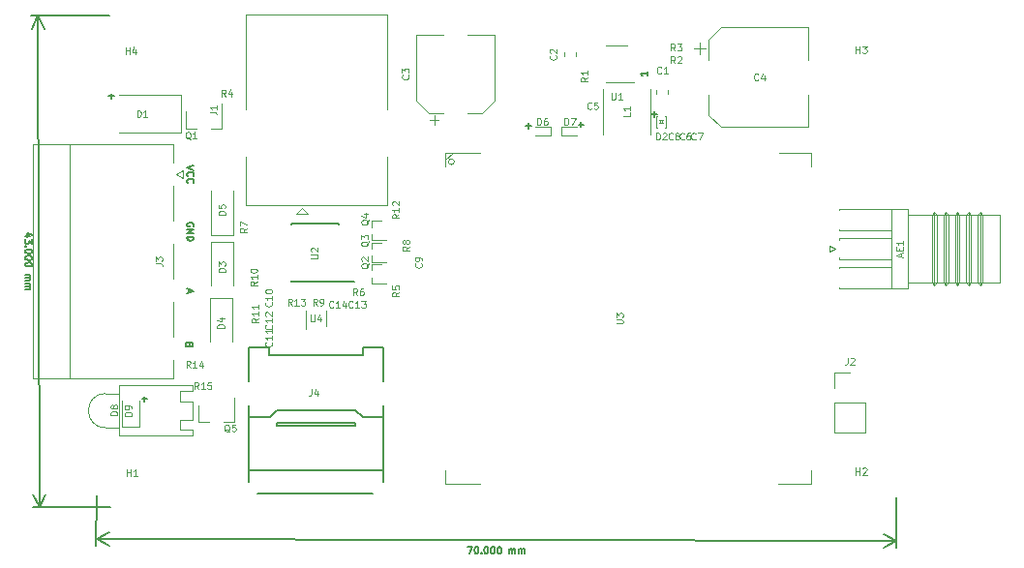
<source format=gto>
G04 #@! TF.GenerationSoftware,KiCad,Pcbnew,(5.0.2)-1*
G04 #@! TF.CreationDate,2019-02-18T12:49:20+08:00*
G04 #@! TF.ProjectId,DTU-Air720D,4454552d-4169-4723-9732-30442e6b6963,rev?*
G04 #@! TF.SameCoordinates,Original*
G04 #@! TF.FileFunction,Legend,Top*
G04 #@! TF.FilePolarity,Positive*
%FSLAX46Y46*%
G04 Gerber Fmt 4.6, Leading zero omitted, Abs format (unit mm)*
G04 Created by KiCad (PCBNEW (5.0.2)-1) date 2019/2/18 12:49:20*
%MOMM*%
%LPD*%
G01*
G04 APERTURE LIST*
%ADD10C,0.150000*%
%ADD11C,0.120000*%
%ADD12C,0.100000*%
%ADD13C,0.050000*%
G04 APERTURE END LIST*
D10*
X148571428Y-65642857D02*
X149028571Y-65642857D01*
X148800000Y-65871428D02*
X148800000Y-65414285D01*
X142171428Y-66542857D02*
X142628571Y-66542857D01*
X142400000Y-66771428D02*
X142400000Y-66314285D01*
X137571428Y-66642857D02*
X138028571Y-66642857D01*
X137800000Y-66871428D02*
X137800000Y-66414285D01*
X148171428Y-61928571D02*
X148171428Y-62271428D01*
X148171428Y-62100000D02*
X147571428Y-62100000D01*
X147657142Y-62157142D01*
X147714285Y-62214285D01*
X147742857Y-62271428D01*
X103971428Y-90542857D02*
X104428571Y-90542857D01*
X104200000Y-90771428D02*
X104200000Y-90314285D01*
X101071428Y-64042857D02*
X101528571Y-64042857D01*
X101300000Y-64271428D02*
X101300000Y-63814285D01*
X108142857Y-85842857D02*
X108114285Y-85928571D01*
X108085714Y-85957142D01*
X108028571Y-85985714D01*
X107942857Y-85985714D01*
X107885714Y-85957142D01*
X107857142Y-85928571D01*
X107828571Y-85871428D01*
X107828571Y-85642857D01*
X108428571Y-85642857D01*
X108428571Y-85842857D01*
X108400000Y-85900000D01*
X108371428Y-85928571D01*
X108314285Y-85957142D01*
X108257142Y-85957142D01*
X108200000Y-85928571D01*
X108171428Y-85900000D01*
X108142857Y-85842857D01*
X108142857Y-85642857D01*
X108100000Y-80957142D02*
X108100000Y-81242857D01*
X107928571Y-80900000D02*
X108528571Y-81100000D01*
X107928571Y-81300000D01*
X108500000Y-75442857D02*
X108528571Y-75385714D01*
X108528571Y-75300000D01*
X108500000Y-75214285D01*
X108442857Y-75157142D01*
X108385714Y-75128571D01*
X108271428Y-75100000D01*
X108185714Y-75100000D01*
X108071428Y-75128571D01*
X108014285Y-75157142D01*
X107957142Y-75214285D01*
X107928571Y-75300000D01*
X107928571Y-75357142D01*
X107957142Y-75442857D01*
X107985714Y-75471428D01*
X108185714Y-75471428D01*
X108185714Y-75357142D01*
X107928571Y-75728571D02*
X108528571Y-75728571D01*
X107928571Y-76071428D01*
X108528571Y-76071428D01*
X107928571Y-76357142D02*
X108528571Y-76357142D01*
X108528571Y-76500000D01*
X108500000Y-76585714D01*
X108442857Y-76642857D01*
X108385714Y-76671428D01*
X108271428Y-76700000D01*
X108185714Y-76700000D01*
X108071428Y-76671428D01*
X108014285Y-76642857D01*
X107957142Y-76585714D01*
X107928571Y-76500000D01*
X107928571Y-76357142D01*
X108528571Y-70100000D02*
X107928571Y-70300000D01*
X108528571Y-70500000D01*
X107985714Y-71042857D02*
X107957142Y-71014285D01*
X107928571Y-70928571D01*
X107928571Y-70871428D01*
X107957142Y-70785714D01*
X108014285Y-70728571D01*
X108071428Y-70700000D01*
X108185714Y-70671428D01*
X108271428Y-70671428D01*
X108385714Y-70700000D01*
X108442857Y-70728571D01*
X108500000Y-70785714D01*
X108528571Y-70871428D01*
X108528571Y-70928571D01*
X108500000Y-71014285D01*
X108471428Y-71042857D01*
X107985714Y-71642857D02*
X107957142Y-71614285D01*
X107928571Y-71528571D01*
X107928571Y-71471428D01*
X107957142Y-71385714D01*
X108014285Y-71328571D01*
X108071428Y-71300000D01*
X108185714Y-71271428D01*
X108271428Y-71271428D01*
X108385714Y-71300000D01*
X108442857Y-71328571D01*
X108500000Y-71385714D01*
X108528571Y-71471428D01*
X108528571Y-71528571D01*
X108500000Y-71614285D01*
X108471428Y-71642857D01*
X94173723Y-76316217D02*
X93773724Y-76317148D01*
X94401962Y-76172829D02*
X93973059Y-76030969D01*
X93973923Y-76402397D01*
X94374321Y-76572894D02*
X94375185Y-76944322D01*
X94146149Y-76744854D01*
X94146348Y-76830568D01*
X94117910Y-76887777D01*
X94089405Y-76916415D01*
X94032328Y-76945119D01*
X93889472Y-76945452D01*
X93832262Y-76917013D01*
X93803625Y-76888508D01*
X93774920Y-76831432D01*
X93774522Y-76660004D01*
X93802960Y-76602795D01*
X93831465Y-76574157D01*
X93832927Y-77202727D02*
X93804422Y-77231364D01*
X93775784Y-77202860D01*
X93804289Y-77174222D01*
X93832927Y-77202727D01*
X93775784Y-77202860D01*
X94376713Y-77601463D02*
X94376846Y-77658606D01*
X94348407Y-77715815D01*
X94319902Y-77744453D01*
X94262826Y-77773157D01*
X94148607Y-77801994D01*
X94005750Y-77802326D01*
X93891398Y-77774021D01*
X93834189Y-77745582D01*
X93805552Y-77717077D01*
X93776847Y-77660001D01*
X93776714Y-77602858D01*
X93805153Y-77545649D01*
X93833658Y-77517012D01*
X93890734Y-77488307D01*
X94004953Y-77459470D01*
X94147810Y-77459138D01*
X94262162Y-77487444D01*
X94319371Y-77515882D01*
X94348009Y-77544387D01*
X94376713Y-77601463D01*
X94378042Y-78172890D02*
X94378175Y-78230033D01*
X94349736Y-78287242D01*
X94321231Y-78315880D01*
X94264155Y-78344584D01*
X94149936Y-78373421D01*
X94007079Y-78373753D01*
X93892727Y-78345448D01*
X93835518Y-78317009D01*
X93806880Y-78288504D01*
X93778176Y-78231428D01*
X93778043Y-78174286D01*
X93806482Y-78117076D01*
X93834987Y-78088439D01*
X93892063Y-78059734D01*
X94006282Y-78030897D01*
X94149139Y-78030565D01*
X94263491Y-78058871D01*
X94320700Y-78087309D01*
X94349337Y-78115814D01*
X94378042Y-78172890D01*
X94379371Y-78744317D02*
X94379503Y-78801460D01*
X94351065Y-78858669D01*
X94322560Y-78887307D01*
X94265484Y-78916011D01*
X94151265Y-78944848D01*
X94008408Y-78945180D01*
X93894056Y-78916875D01*
X93836847Y-78888436D01*
X93808209Y-78859931D01*
X93779505Y-78802855D01*
X93779372Y-78745713D01*
X93807811Y-78688503D01*
X93836316Y-78659866D01*
X93893392Y-78631161D01*
X94007611Y-78602324D01*
X94150468Y-78601992D01*
X94264819Y-78630298D01*
X94322029Y-78658736D01*
X94350666Y-78687241D01*
X94379371Y-78744317D01*
X93781498Y-79659996D02*
X94181497Y-79659066D01*
X94124355Y-79659198D02*
X94152992Y-79687703D01*
X94181697Y-79744780D01*
X94181896Y-79830494D01*
X94153458Y-79887703D01*
X94096381Y-79916407D01*
X93782096Y-79917138D01*
X94096381Y-79916407D02*
X94153590Y-79944846D01*
X94182295Y-80001922D01*
X94182494Y-80087636D01*
X94154056Y-80144845D01*
X94096979Y-80173549D01*
X93782694Y-80174280D01*
X93783359Y-80459994D02*
X94183358Y-80459063D01*
X94126215Y-80459196D02*
X94154853Y-80487701D01*
X94183557Y-80544777D01*
X94183757Y-80630491D01*
X94155318Y-80687701D01*
X94098242Y-80716405D01*
X93783957Y-80717136D01*
X94098242Y-80716405D02*
X94155451Y-80744843D01*
X94184155Y-80801920D01*
X94184355Y-80887634D01*
X94155916Y-80944843D01*
X94098840Y-80973547D01*
X93784555Y-80974278D01*
X94900267Y-57014418D02*
X95000267Y-100014418D01*
X101100000Y-57000000D02*
X94313848Y-57015782D01*
X101200000Y-100000000D02*
X94413848Y-100015782D01*
X95000267Y-100014418D02*
X94411228Y-98889281D01*
X95000267Y-100014418D02*
X95584066Y-98886554D01*
X94900267Y-57014418D02*
X94316468Y-58142282D01*
X94900267Y-57014418D02*
X95489306Y-58139555D01*
X132473232Y-103465353D02*
X132873230Y-103466496D01*
X132614374Y-104065758D01*
X133216086Y-103467475D02*
X133273229Y-103467638D01*
X133330290Y-103496373D01*
X133358779Y-103525026D01*
X133387187Y-103582250D01*
X133415432Y-103696617D01*
X133415024Y-103839474D01*
X133386126Y-103953677D01*
X133357391Y-104010738D01*
X133328739Y-104039228D01*
X133271514Y-104067636D01*
X133214372Y-104067473D01*
X133157311Y-104038738D01*
X133128821Y-104010085D01*
X133100413Y-103952861D01*
X133072168Y-103838494D01*
X133072576Y-103695638D01*
X133101474Y-103581434D01*
X133130209Y-103524373D01*
X133158862Y-103495883D01*
X133216086Y-103467475D01*
X133671676Y-104011636D02*
X133700166Y-104040289D01*
X133671513Y-104068779D01*
X133643023Y-104040126D01*
X133671676Y-104011636D01*
X133671513Y-104068779D01*
X134073225Y-103469924D02*
X134130368Y-103470087D01*
X134187429Y-103498822D01*
X134215919Y-103527475D01*
X134244327Y-103584699D01*
X134272571Y-103699066D01*
X134272163Y-103841923D01*
X134243265Y-103956126D01*
X134214531Y-104013187D01*
X134185878Y-104041677D01*
X134128654Y-104070085D01*
X134071511Y-104069922D01*
X134014450Y-104041187D01*
X133985960Y-104012534D01*
X133957552Y-103955310D01*
X133929308Y-103840943D01*
X133929716Y-103698087D01*
X133958614Y-103583883D01*
X133987348Y-103526822D01*
X134016001Y-103498332D01*
X134073225Y-103469924D01*
X134644652Y-103471557D02*
X134701794Y-103471720D01*
X134758855Y-103500455D01*
X134787345Y-103529108D01*
X134815753Y-103586332D01*
X134843998Y-103700699D01*
X134843589Y-103843555D01*
X134814692Y-103957759D01*
X134785957Y-104014820D01*
X134757304Y-104043310D01*
X134700080Y-104071718D01*
X134642937Y-104071554D01*
X134585876Y-104042820D01*
X134557387Y-104014167D01*
X134528979Y-103956943D01*
X134500734Y-103842576D01*
X134501142Y-103699719D01*
X134530040Y-103585516D01*
X134558774Y-103528455D01*
X134587427Y-103499965D01*
X134644652Y-103471557D01*
X135216078Y-103473189D02*
X135273220Y-103473353D01*
X135330281Y-103502087D01*
X135358771Y-103530740D01*
X135387179Y-103587965D01*
X135415424Y-103702331D01*
X135415016Y-103845188D01*
X135386118Y-103959392D01*
X135357383Y-104016453D01*
X135328730Y-104044942D01*
X135271506Y-104073350D01*
X135214363Y-104073187D01*
X135157302Y-104044452D01*
X135128813Y-104015800D01*
X135100405Y-103958575D01*
X135072160Y-103844208D01*
X135072568Y-103701352D01*
X135101466Y-103587148D01*
X135130201Y-103530087D01*
X135158854Y-103501598D01*
X135216078Y-103473189D01*
X136128645Y-104075799D02*
X136129788Y-103675801D01*
X136129625Y-103732944D02*
X136158278Y-103704454D01*
X136215502Y-103676046D01*
X136301216Y-103676291D01*
X136358277Y-103705025D01*
X136386685Y-103762250D01*
X136385787Y-104076534D01*
X136386685Y-103762250D02*
X136415420Y-103705189D01*
X136472644Y-103676780D01*
X136558358Y-103677025D01*
X136615419Y-103705760D01*
X136643827Y-103762984D01*
X136642929Y-104077269D01*
X136928642Y-104078085D02*
X136929785Y-103678087D01*
X136929622Y-103735229D02*
X136958275Y-103706740D01*
X137015499Y-103678331D01*
X137101213Y-103678576D01*
X137158274Y-103707311D01*
X137186682Y-103764535D01*
X137185784Y-104078820D01*
X137186682Y-103764535D02*
X137215417Y-103707474D01*
X137272641Y-103679066D01*
X137358355Y-103679311D01*
X137415416Y-103708046D01*
X137443824Y-103765270D01*
X137442926Y-104079554D01*
X99989140Y-102801111D02*
X169989140Y-103001111D01*
X100000000Y-99000000D02*
X99987464Y-103387530D01*
X170000000Y-99200000D02*
X169987464Y-103587530D01*
X169989140Y-103001111D02*
X168860965Y-103584311D01*
X169989140Y-103001111D02*
X168864316Y-102411474D01*
X99989140Y-102801111D02*
X101113964Y-103390748D01*
X99989140Y-102801111D02*
X101117315Y-102217911D01*
D11*
G04 #@! TO.C,C3*
X134810000Y-58690000D02*
X132460000Y-58690000D01*
X127990000Y-58690000D02*
X130340000Y-58690000D01*
X127990000Y-64445563D02*
X127990000Y-58690000D01*
X134810000Y-64445563D02*
X134810000Y-58690000D01*
X133745563Y-65510000D02*
X132460000Y-65510000D01*
X129054437Y-65510000D02*
X130340000Y-65510000D01*
X129054437Y-65510000D02*
X127990000Y-64445563D01*
X133745563Y-65510000D02*
X134810000Y-64445563D01*
X129552500Y-66537500D02*
X129552500Y-65750000D01*
X129158750Y-66143750D02*
X129946250Y-66143750D01*
G04 #@! TO.C,C2*
X140890000Y-60562779D02*
X140890000Y-60237221D01*
X141910000Y-60562779D02*
X141910000Y-60237221D01*
G04 #@! TO.C,D3*
X112000000Y-76800000D02*
X112000000Y-80650000D01*
X110000000Y-76800000D02*
X110000000Y-80650000D01*
X112000000Y-76800000D02*
X110000000Y-76800000D01*
G04 #@! TO.C,D4*
X111900000Y-81700000D02*
X109900000Y-81700000D01*
X109900000Y-81700000D02*
X109900000Y-85550000D01*
X111900000Y-81700000D02*
X111900000Y-85550000D01*
G04 #@! TO.C,D8*
X102265000Y-90725000D02*
X102265000Y-93010000D01*
X102265000Y-93010000D02*
X103735000Y-93010000D01*
X103735000Y-93010000D02*
X103735000Y-90725000D01*
D12*
G04 #@! TO.C,D2*
X149200000Y-66375000D02*
X149600000Y-66375000D01*
X149200000Y-66175000D02*
X149600000Y-66175000D01*
X149400000Y-66375000D02*
X149600000Y-66175000D01*
X149200000Y-66175000D02*
X149400000Y-66375000D01*
X149000000Y-65775000D02*
X149040000Y-65775000D01*
X149000000Y-66775000D02*
X149040000Y-66775000D01*
X149790000Y-65775000D02*
X149760000Y-65775000D01*
X149800000Y-66775000D02*
X149760000Y-66775000D01*
X149000000Y-66775000D02*
X149000000Y-65775000D01*
X149800000Y-65775000D02*
X149800000Y-66775000D01*
G04 #@! TO.C,D7*
X142000000Y-67500000D02*
X140700000Y-67500000D01*
X142000000Y-66700000D02*
X140700000Y-66700000D01*
X140700000Y-66700000D02*
X140700000Y-67500000D01*
G04 #@! TO.C,D6*
X139700000Y-67500000D02*
X139700000Y-66700000D01*
X138400000Y-67500000D02*
X139700000Y-67500000D01*
X138400000Y-66700000D02*
X139700000Y-66700000D01*
G04 #@! TO.C,D9*
X107300000Y-89870000D02*
X108400000Y-89870000D01*
X107300000Y-90770000D02*
X107300000Y-89870000D01*
X108400000Y-90770000D02*
X107300000Y-90770000D01*
X107300000Y-92370000D02*
X108400000Y-92370000D01*
X107300000Y-93270000D02*
X107300000Y-92370000D01*
X108400000Y-93270000D02*
X107300000Y-93270000D01*
X108400000Y-92370000D02*
X108400000Y-90770000D01*
X100800000Y-90070000D02*
X102000000Y-90070000D01*
X100800000Y-93070000D02*
X102000000Y-93070000D01*
X100800000Y-93070000D02*
G75*
G02X100800000Y-90070000I0J1500000D01*
G01*
X108400000Y-93770000D02*
X108400000Y-93270000D01*
X108400000Y-89870000D02*
X108400000Y-89370000D01*
X102000000Y-89370000D02*
X108400000Y-89370000D01*
X102000000Y-93770000D02*
X108400000Y-93770000D01*
X102000000Y-93770000D02*
X102000000Y-89370000D01*
D13*
G04 #@! TO.C,Q2*
X124950000Y-78750000D02*
X124050000Y-78750000D01*
X125350000Y-80450000D02*
X124050000Y-80450000D01*
X124050000Y-78750000D02*
X124050000Y-79300000D01*
X124050000Y-80450000D02*
X124050000Y-79900000D01*
G04 #@! TO.C,Q3*
X124050000Y-78550000D02*
X124050000Y-78000000D01*
X124050000Y-76850000D02*
X124050000Y-77400000D01*
X125350000Y-78550000D02*
X124050000Y-78550000D01*
X124950000Y-76850000D02*
X124050000Y-76850000D01*
G04 #@! TO.C,Q4*
X124950000Y-74950000D02*
X124050000Y-74950000D01*
X125350000Y-76650000D02*
X124050000Y-76650000D01*
X124050000Y-74950000D02*
X124050000Y-75500000D01*
X124050000Y-76650000D02*
X124050000Y-76100000D01*
D10*
G04 #@! TO.C,U2*
X121175000Y-80310000D02*
X121175000Y-80260000D01*
X117025000Y-80310000D02*
X117025000Y-80165000D01*
X117025000Y-75160000D02*
X117025000Y-75305000D01*
X121175000Y-75160000D02*
X121175000Y-75305000D01*
X121175000Y-80310000D02*
X117025000Y-80310000D01*
X121175000Y-75160000D02*
X117025000Y-75160000D01*
X121175000Y-80260000D02*
X122575000Y-80260000D01*
D11*
G04 #@! TO.C,Q5*
X108920000Y-92560000D02*
X109850000Y-92560000D01*
X112080000Y-92560000D02*
X111150000Y-92560000D01*
X112080000Y-92560000D02*
X112080000Y-90400000D01*
X108920000Y-92560000D02*
X108920000Y-91100000D01*
G04 #@! TO.C,U1*
X146400000Y-59590000D02*
X144600000Y-59590000D01*
X144600000Y-62810000D02*
X147050000Y-62810000D01*
G04 #@! TO.C,U4*
X120100000Y-82850000D02*
X120100000Y-84150000D01*
X118300000Y-84400000D02*
X118300000Y-82850000D01*
G04 #@! TO.C,AE1*
X164590000Y-77400000D02*
X164090000Y-77150000D01*
X164090000Y-77150000D02*
X164090000Y-77650000D01*
X164090000Y-77650000D02*
X164590000Y-77400000D01*
D12*
X165000000Y-73900000D02*
X171000000Y-73900000D01*
X169500000Y-73900000D02*
X169500000Y-80900000D01*
X171000000Y-80900000D02*
X165000000Y-80900000D01*
X171000000Y-73900000D02*
X171000000Y-80900000D01*
X165000000Y-73900000D02*
X165000000Y-74000000D01*
X165000000Y-75700000D02*
X165000000Y-75800000D01*
X165000000Y-75800000D02*
X169500000Y-75800000D01*
X165000000Y-76600000D02*
X165000000Y-76500000D01*
X165000000Y-76500000D02*
X169500000Y-76500000D01*
X165000000Y-78200000D02*
X165000000Y-78300000D01*
X165000000Y-78300000D02*
X169500000Y-78300000D01*
X165000000Y-79100000D02*
X165000000Y-79000000D01*
X165000000Y-79000000D02*
X169500000Y-79000000D01*
X165000000Y-80900000D02*
X165000000Y-80800000D01*
X171000000Y-74400000D02*
X179000000Y-74400000D01*
X179000000Y-74400000D02*
X179000000Y-80400000D01*
X179000000Y-80400000D02*
X171000000Y-80400000D01*
X173300000Y-74200000D02*
X173300000Y-80600000D01*
X174300000Y-74200000D02*
X174300000Y-80600000D01*
X175300000Y-74200000D02*
X175300000Y-80600000D01*
X176300000Y-74200000D02*
X176300000Y-80600000D01*
X177300000Y-74200000D02*
X177300000Y-80600000D01*
X177300000Y-74200000D02*
X177100000Y-74400000D01*
X177300000Y-74200000D02*
X177500000Y-74400000D01*
X176300000Y-74200000D02*
X176100000Y-74400000D01*
X176300000Y-74200000D02*
X176500000Y-74400000D01*
X175300000Y-74200000D02*
X175100000Y-74400000D01*
X175300000Y-74200000D02*
X175500000Y-74400000D01*
X174300000Y-74200000D02*
X174100000Y-74400000D01*
X174300000Y-74200000D02*
X174500000Y-74400000D01*
X173300000Y-74200000D02*
X173100000Y-74400000D01*
X173300000Y-74200000D02*
X173500000Y-74400000D01*
X173300000Y-80600000D02*
X173100000Y-80400000D01*
X173300000Y-80600000D02*
X173500000Y-80400000D01*
X174300000Y-80600000D02*
X174100000Y-80400000D01*
X174300000Y-80600000D02*
X174500000Y-80400000D01*
X175300000Y-80600000D02*
X175100000Y-80400000D01*
X175300000Y-80600000D02*
X175500000Y-80400000D01*
X176300000Y-80600000D02*
X176100000Y-80400000D01*
X176300000Y-80600000D02*
X176500000Y-80400000D01*
X177300000Y-80600000D02*
X177100000Y-80400000D01*
X177100000Y-80400000D02*
X177300000Y-80600000D01*
X177300000Y-80600000D02*
X177500000Y-80400000D01*
X173100000Y-74400000D02*
X173100000Y-80400000D01*
X173500000Y-74400000D02*
X173500000Y-80400000D01*
X174100000Y-74400000D02*
X174100000Y-80400000D01*
X174100000Y-80400000D02*
X174500000Y-80400000D01*
X174500000Y-80400000D02*
X174500000Y-74400000D01*
X175100000Y-74400000D02*
X175100000Y-80400000D01*
X175500000Y-80400000D02*
X175500000Y-74400000D01*
X176100000Y-74400000D02*
X176100000Y-80400000D01*
X176500000Y-80400000D02*
X176500000Y-74400000D01*
X177100000Y-74400000D02*
X177100000Y-80400000D01*
X177500000Y-80400000D02*
X177500000Y-74400000D01*
G04 #@! TO.C,J3*
X106750000Y-68230000D02*
X94450000Y-68230000D01*
X94450000Y-68230000D02*
X94450000Y-88770000D01*
X94450000Y-88770000D02*
X106750000Y-88770000D01*
X106750000Y-68230000D02*
X106750000Y-69830000D01*
X106750000Y-88770000D02*
X106750000Y-87170000D01*
X106750000Y-71930000D02*
X106750000Y-74910000D01*
X106750000Y-77010000D02*
X106750000Y-79990000D01*
X106750000Y-82090000D02*
X106750000Y-85070000D01*
X97700000Y-68230000D02*
X97700000Y-88770000D01*
D11*
X107600000Y-71180000D02*
X107000000Y-70880000D01*
X107000000Y-70880000D02*
X107600000Y-70580000D01*
X107600000Y-70580000D02*
X107600000Y-71180000D01*
D12*
G04 #@! TO.C,U3*
X131304951Y-69799998D02*
G75*
G03X131304951Y-69799998I-254950J0D01*
G01*
X159750000Y-69000000D02*
X162500000Y-69000000D01*
X162500000Y-69000000D02*
X162500000Y-70200000D01*
X162500000Y-96800000D02*
X162500000Y-98000000D01*
X162500000Y-98000000D02*
X159650000Y-98000000D01*
X133600000Y-98000000D02*
X130500000Y-98000000D01*
X130500000Y-98000000D02*
X130500000Y-96800000D01*
X130500000Y-70200000D02*
X130500000Y-69000000D01*
X130500000Y-69000000D02*
X133600000Y-69000000D01*
X130500000Y-69650000D02*
X131150000Y-69000000D01*
D10*
G04 #@! TO.C,J4*
X115800000Y-92600000D02*
X122600000Y-92600000D01*
X122600000Y-92600000D02*
X122600000Y-92900000D01*
X122600000Y-92900000D02*
X115800000Y-92900000D01*
X115800000Y-92900000D02*
X115800000Y-92600000D01*
X113400000Y-96800000D02*
X113300000Y-96800000D01*
X113400000Y-96800000D02*
X125000000Y-96800000D01*
X113300000Y-92100000D02*
X115200000Y-92100000D01*
X115200000Y-92100000D02*
X115800000Y-91500000D01*
X115800000Y-91500000D02*
X122600000Y-91500000D01*
X122600000Y-91500000D02*
X123300000Y-92100000D01*
X123300000Y-92100000D02*
X125000000Y-92100000D01*
X114100000Y-98800000D02*
X124200000Y-98800000D01*
X125100000Y-91100000D02*
X125100000Y-97800000D01*
X113300000Y-91100000D02*
X113300000Y-97800000D01*
X115100000Y-86700000D02*
X123300000Y-86700000D01*
X123300000Y-86000000D02*
X123300000Y-86700000D01*
X113300000Y-89000000D02*
X113300000Y-86000000D01*
X113300000Y-86000000D02*
X115100000Y-86000000D01*
X115100000Y-86000000D02*
X115100000Y-86700000D01*
X123300000Y-86000000D02*
X125100000Y-86000000D01*
X125100000Y-86000000D02*
X125100000Y-89000000D01*
D11*
G04 #@! TO.C,C4*
X162270000Y-66760000D02*
X162270000Y-63910000D01*
X162270000Y-58040000D02*
X162270000Y-60890000D01*
X154614437Y-58040000D02*
X162270000Y-58040000D01*
X154614437Y-66760000D02*
X162270000Y-66760000D01*
X153550000Y-65695563D02*
X153550000Y-63910000D01*
X153550000Y-59104437D02*
X153550000Y-60890000D01*
X153550000Y-59104437D02*
X154614437Y-58040000D01*
X153550000Y-65695563D02*
X154614437Y-66760000D01*
X152310000Y-59890000D02*
X153310000Y-59890000D01*
X152810000Y-59390000D02*
X152810000Y-60390000D01*
G04 #@! TO.C,C1*
X150010000Y-63537221D02*
X150010000Y-63862779D01*
X148990000Y-63537221D02*
X148990000Y-63862779D01*
G04 #@! TO.C,J2*
X164570000Y-93470000D02*
X167230000Y-93470000D01*
X164570000Y-90870000D02*
X164570000Y-93470000D01*
X167230000Y-90870000D02*
X167230000Y-93470000D01*
X164570000Y-90870000D02*
X167230000Y-90870000D01*
X164570000Y-89600000D02*
X164570000Y-88270000D01*
X164570000Y-88270000D02*
X165900000Y-88270000D01*
G04 #@! TO.C,J1*
X118500000Y-74320000D02*
X118000000Y-73820000D01*
X117500000Y-74320000D02*
X118500000Y-74320000D01*
X118000000Y-73820000D02*
X117500000Y-74320000D01*
X125410000Y-56880000D02*
X125410000Y-65240000D01*
X113090000Y-56880000D02*
X125410000Y-56880000D01*
X113090000Y-65240000D02*
X113090000Y-56880000D01*
X125410000Y-73600000D02*
X125410000Y-69340000D01*
X113090000Y-73600000D02*
X125410000Y-73600000D01*
X113090000Y-69340000D02*
X113090000Y-73600000D01*
G04 #@! TO.C,D1*
X107400000Y-67250000D02*
X107400000Y-63950000D01*
X107400000Y-63950000D02*
X102000000Y-63950000D01*
X107400000Y-67250000D02*
X102000000Y-67250000D01*
G04 #@! TO.C,D5*
X110000000Y-76200000D02*
X112000000Y-76200000D01*
X112000000Y-76200000D02*
X112000000Y-72350000D01*
X110000000Y-76200000D02*
X110000000Y-72350000D01*
G04 #@! TO.C,L1*
X148500000Y-63400000D02*
X148500000Y-67400000D01*
X144300000Y-63400000D02*
X144300000Y-67400000D01*
G04 #@! TO.C,Q1*
X107820000Y-66860000D02*
X108750000Y-66860000D01*
X110980000Y-66860000D02*
X110050000Y-66860000D01*
X110980000Y-66860000D02*
X110980000Y-64700000D01*
X107820000Y-66860000D02*
X107820000Y-65400000D01*
G04 #@! TO.C,C9*
D12*
X128414285Y-78700000D02*
X128442857Y-78728571D01*
X128471428Y-78814285D01*
X128471428Y-78871428D01*
X128442857Y-78957142D01*
X128385714Y-79014285D01*
X128328571Y-79042857D01*
X128214285Y-79071428D01*
X128128571Y-79071428D01*
X128014285Y-79042857D01*
X127957142Y-79014285D01*
X127900000Y-78957142D01*
X127871428Y-78871428D01*
X127871428Y-78814285D01*
X127900000Y-78728571D01*
X127928571Y-78700000D01*
X128471428Y-78414285D02*
X128471428Y-78300000D01*
X128442857Y-78242857D01*
X128414285Y-78214285D01*
X128328571Y-78157142D01*
X128214285Y-78128571D01*
X127985714Y-78128571D01*
X127928571Y-78157142D01*
X127900000Y-78185714D01*
X127871428Y-78242857D01*
X127871428Y-78357142D01*
X127900000Y-78414285D01*
X127928571Y-78442857D01*
X127985714Y-78471428D01*
X128128571Y-78471428D01*
X128185714Y-78442857D01*
X128214285Y-78414285D01*
X128242857Y-78357142D01*
X128242857Y-78242857D01*
X128214285Y-78185714D01*
X128185714Y-78157142D01*
X128128571Y-78128571D01*
G04 #@! TO.C,C3*
X127264285Y-62200000D02*
X127292857Y-62228571D01*
X127321428Y-62314285D01*
X127321428Y-62371428D01*
X127292857Y-62457142D01*
X127235714Y-62514285D01*
X127178571Y-62542857D01*
X127064285Y-62571428D01*
X126978571Y-62571428D01*
X126864285Y-62542857D01*
X126807142Y-62514285D01*
X126750000Y-62457142D01*
X126721428Y-62371428D01*
X126721428Y-62314285D01*
X126750000Y-62228571D01*
X126778571Y-62200000D01*
X126721428Y-62000000D02*
X126721428Y-61628571D01*
X126950000Y-61828571D01*
X126950000Y-61742857D01*
X126978571Y-61685714D01*
X127007142Y-61657142D01*
X127064285Y-61628571D01*
X127207142Y-61628571D01*
X127264285Y-61657142D01*
X127292857Y-61685714D01*
X127321428Y-61742857D01*
X127321428Y-61914285D01*
X127292857Y-61971428D01*
X127264285Y-62000000D01*
G04 #@! TO.C,C2*
X140184285Y-60500000D02*
X140212857Y-60528571D01*
X140241428Y-60614285D01*
X140241428Y-60671428D01*
X140212857Y-60757142D01*
X140155714Y-60814285D01*
X140098571Y-60842857D01*
X139984285Y-60871428D01*
X139898571Y-60871428D01*
X139784285Y-60842857D01*
X139727142Y-60814285D01*
X139670000Y-60757142D01*
X139641428Y-60671428D01*
X139641428Y-60614285D01*
X139670000Y-60528571D01*
X139698571Y-60500000D01*
X139698571Y-60271428D02*
X139670000Y-60242857D01*
X139641428Y-60185714D01*
X139641428Y-60042857D01*
X139670000Y-59985714D01*
X139698571Y-59957142D01*
X139755714Y-59928571D01*
X139812857Y-59928571D01*
X139898571Y-59957142D01*
X140241428Y-60300000D01*
X140241428Y-59928571D01*
G04 #@! TO.C,D3*
X111271428Y-79442857D02*
X110671428Y-79442857D01*
X110671428Y-79300000D01*
X110700000Y-79214285D01*
X110757142Y-79157142D01*
X110814285Y-79128571D01*
X110928571Y-79100000D01*
X111014285Y-79100000D01*
X111128571Y-79128571D01*
X111185714Y-79157142D01*
X111242857Y-79214285D01*
X111271428Y-79300000D01*
X111271428Y-79442857D01*
X110671428Y-78900000D02*
X110671428Y-78528571D01*
X110900000Y-78728571D01*
X110900000Y-78642857D01*
X110928571Y-78585714D01*
X110957142Y-78557142D01*
X111014285Y-78528571D01*
X111157142Y-78528571D01*
X111214285Y-78557142D01*
X111242857Y-78585714D01*
X111271428Y-78642857D01*
X111271428Y-78814285D01*
X111242857Y-78871428D01*
X111214285Y-78900000D01*
G04 #@! TO.C,D4*
X111171428Y-84342857D02*
X110571428Y-84342857D01*
X110571428Y-84200000D01*
X110600000Y-84114285D01*
X110657142Y-84057142D01*
X110714285Y-84028571D01*
X110828571Y-84000000D01*
X110914285Y-84000000D01*
X111028571Y-84028571D01*
X111085714Y-84057142D01*
X111142857Y-84114285D01*
X111171428Y-84200000D01*
X111171428Y-84342857D01*
X110771428Y-83485714D02*
X111171428Y-83485714D01*
X110542857Y-83628571D02*
X110971428Y-83771428D01*
X110971428Y-83400000D01*
G04 #@! TO.C,D8*
X101841428Y-91967857D02*
X101241428Y-91967857D01*
X101241428Y-91825000D01*
X101270000Y-91739285D01*
X101327142Y-91682142D01*
X101384285Y-91653571D01*
X101498571Y-91625000D01*
X101584285Y-91625000D01*
X101698571Y-91653571D01*
X101755714Y-91682142D01*
X101812857Y-91739285D01*
X101841428Y-91825000D01*
X101841428Y-91967857D01*
X101498571Y-91282142D02*
X101470000Y-91339285D01*
X101441428Y-91367857D01*
X101384285Y-91396428D01*
X101355714Y-91396428D01*
X101298571Y-91367857D01*
X101270000Y-91339285D01*
X101241428Y-91282142D01*
X101241428Y-91167857D01*
X101270000Y-91110714D01*
X101298571Y-91082142D01*
X101355714Y-91053571D01*
X101384285Y-91053571D01*
X101441428Y-91082142D01*
X101470000Y-91110714D01*
X101498571Y-91167857D01*
X101498571Y-91282142D01*
X101527142Y-91339285D01*
X101555714Y-91367857D01*
X101612857Y-91396428D01*
X101727142Y-91396428D01*
X101784285Y-91367857D01*
X101812857Y-91339285D01*
X101841428Y-91282142D01*
X101841428Y-91167857D01*
X101812857Y-91110714D01*
X101784285Y-91082142D01*
X101727142Y-91053571D01*
X101612857Y-91053571D01*
X101555714Y-91082142D01*
X101527142Y-91110714D01*
X101498571Y-91167857D01*
G04 #@! TO.C,D2*
X148957142Y-67871428D02*
X148957142Y-67271428D01*
X149100000Y-67271428D01*
X149185714Y-67300000D01*
X149242857Y-67357142D01*
X149271428Y-67414285D01*
X149300000Y-67528571D01*
X149300000Y-67614285D01*
X149271428Y-67728571D01*
X149242857Y-67785714D01*
X149185714Y-67842857D01*
X149100000Y-67871428D01*
X148957142Y-67871428D01*
X149528571Y-67328571D02*
X149557142Y-67300000D01*
X149614285Y-67271428D01*
X149757142Y-67271428D01*
X149814285Y-67300000D01*
X149842857Y-67328571D01*
X149871428Y-67385714D01*
X149871428Y-67442857D01*
X149842857Y-67528571D01*
X149500000Y-67871428D01*
X149871428Y-67871428D01*
G04 #@! TO.C,D7*
X140957142Y-66571428D02*
X140957142Y-65971428D01*
X141100000Y-65971428D01*
X141185714Y-66000000D01*
X141242857Y-66057142D01*
X141271428Y-66114285D01*
X141300000Y-66228571D01*
X141300000Y-66314285D01*
X141271428Y-66428571D01*
X141242857Y-66485714D01*
X141185714Y-66542857D01*
X141100000Y-66571428D01*
X140957142Y-66571428D01*
X141500000Y-65971428D02*
X141900000Y-65971428D01*
X141642857Y-66571428D01*
G04 #@! TO.C,D6*
X138557142Y-66571428D02*
X138557142Y-65971428D01*
X138700000Y-65971428D01*
X138785714Y-66000000D01*
X138842857Y-66057142D01*
X138871428Y-66114285D01*
X138900000Y-66228571D01*
X138900000Y-66314285D01*
X138871428Y-66428571D01*
X138842857Y-66485714D01*
X138785714Y-66542857D01*
X138700000Y-66571428D01*
X138557142Y-66571428D01*
X139414285Y-65971428D02*
X139300000Y-65971428D01*
X139242857Y-66000000D01*
X139214285Y-66028571D01*
X139157142Y-66114285D01*
X139128571Y-66228571D01*
X139128571Y-66457142D01*
X139157142Y-66514285D01*
X139185714Y-66542857D01*
X139242857Y-66571428D01*
X139357142Y-66571428D01*
X139414285Y-66542857D01*
X139442857Y-66514285D01*
X139471428Y-66457142D01*
X139471428Y-66314285D01*
X139442857Y-66257142D01*
X139414285Y-66228571D01*
X139357142Y-66200000D01*
X139242857Y-66200000D01*
X139185714Y-66228571D01*
X139157142Y-66257142D01*
X139128571Y-66314285D01*
G04 #@! TO.C,D9*
X103071428Y-92012857D02*
X102471428Y-92012857D01*
X102471428Y-91870000D01*
X102500000Y-91784285D01*
X102557142Y-91727142D01*
X102614285Y-91698571D01*
X102728571Y-91670000D01*
X102814285Y-91670000D01*
X102928571Y-91698571D01*
X102985714Y-91727142D01*
X103042857Y-91784285D01*
X103071428Y-91870000D01*
X103071428Y-92012857D01*
X103071428Y-91384285D02*
X103071428Y-91270000D01*
X103042857Y-91212857D01*
X103014285Y-91184285D01*
X102928571Y-91127142D01*
X102814285Y-91098571D01*
X102585714Y-91098571D01*
X102528571Y-91127142D01*
X102500000Y-91155714D01*
X102471428Y-91212857D01*
X102471428Y-91327142D01*
X102500000Y-91384285D01*
X102528571Y-91412857D01*
X102585714Y-91441428D01*
X102728571Y-91441428D01*
X102785714Y-91412857D01*
X102814285Y-91384285D01*
X102842857Y-91327142D01*
X102842857Y-91212857D01*
X102814285Y-91155714D01*
X102785714Y-91127142D01*
X102728571Y-91098571D01*
G04 #@! TO.C,Q2*
X123828571Y-78657142D02*
X123800000Y-78714285D01*
X123742857Y-78771428D01*
X123657142Y-78857142D01*
X123628571Y-78914285D01*
X123628571Y-78971428D01*
X123771428Y-78942857D02*
X123742857Y-79000000D01*
X123685714Y-79057142D01*
X123571428Y-79085714D01*
X123371428Y-79085714D01*
X123257142Y-79057142D01*
X123200000Y-79000000D01*
X123171428Y-78942857D01*
X123171428Y-78828571D01*
X123200000Y-78771428D01*
X123257142Y-78714285D01*
X123371428Y-78685714D01*
X123571428Y-78685714D01*
X123685714Y-78714285D01*
X123742857Y-78771428D01*
X123771428Y-78828571D01*
X123771428Y-78942857D01*
X123228571Y-78457142D02*
X123200000Y-78428571D01*
X123171428Y-78371428D01*
X123171428Y-78228571D01*
X123200000Y-78171428D01*
X123228571Y-78142857D01*
X123285714Y-78114285D01*
X123342857Y-78114285D01*
X123428571Y-78142857D01*
X123771428Y-78485714D01*
X123771428Y-78114285D01*
G04 #@! TO.C,Q3*
X123828571Y-76757142D02*
X123800000Y-76814285D01*
X123742857Y-76871428D01*
X123657142Y-76957142D01*
X123628571Y-77014285D01*
X123628571Y-77071428D01*
X123771428Y-77042857D02*
X123742857Y-77100000D01*
X123685714Y-77157142D01*
X123571428Y-77185714D01*
X123371428Y-77185714D01*
X123257142Y-77157142D01*
X123200000Y-77100000D01*
X123171428Y-77042857D01*
X123171428Y-76928571D01*
X123200000Y-76871428D01*
X123257142Y-76814285D01*
X123371428Y-76785714D01*
X123571428Y-76785714D01*
X123685714Y-76814285D01*
X123742857Y-76871428D01*
X123771428Y-76928571D01*
X123771428Y-77042857D01*
X123171428Y-76585714D02*
X123171428Y-76214285D01*
X123400000Y-76414285D01*
X123400000Y-76328571D01*
X123428571Y-76271428D01*
X123457142Y-76242857D01*
X123514285Y-76214285D01*
X123657142Y-76214285D01*
X123714285Y-76242857D01*
X123742857Y-76271428D01*
X123771428Y-76328571D01*
X123771428Y-76500000D01*
X123742857Y-76557142D01*
X123714285Y-76585714D01*
G04 #@! TO.C,Q4*
X123828571Y-74857142D02*
X123800000Y-74914285D01*
X123742857Y-74971428D01*
X123657142Y-75057142D01*
X123628571Y-75114285D01*
X123628571Y-75171428D01*
X123771428Y-75142857D02*
X123742857Y-75200000D01*
X123685714Y-75257142D01*
X123571428Y-75285714D01*
X123371428Y-75285714D01*
X123257142Y-75257142D01*
X123200000Y-75200000D01*
X123171428Y-75142857D01*
X123171428Y-75028571D01*
X123200000Y-74971428D01*
X123257142Y-74914285D01*
X123371428Y-74885714D01*
X123571428Y-74885714D01*
X123685714Y-74914285D01*
X123742857Y-74971428D01*
X123771428Y-75028571D01*
X123771428Y-75142857D01*
X123371428Y-74371428D02*
X123771428Y-74371428D01*
X123142857Y-74514285D02*
X123571428Y-74657142D01*
X123571428Y-74285714D01*
G04 #@! TO.C,U2*
X118771428Y-78257142D02*
X119257142Y-78257142D01*
X119314285Y-78228571D01*
X119342857Y-78200000D01*
X119371428Y-78142857D01*
X119371428Y-78028571D01*
X119342857Y-77971428D01*
X119314285Y-77942857D01*
X119257142Y-77914285D01*
X118771428Y-77914285D01*
X118828571Y-77657142D02*
X118800000Y-77628571D01*
X118771428Y-77571428D01*
X118771428Y-77428571D01*
X118800000Y-77371428D01*
X118828571Y-77342857D01*
X118885714Y-77314285D01*
X118942857Y-77314285D01*
X119028571Y-77342857D01*
X119371428Y-77685714D01*
X119371428Y-77314285D01*
G04 #@! TO.C,Q5*
X111642857Y-93428571D02*
X111585714Y-93400000D01*
X111528571Y-93342857D01*
X111442857Y-93257142D01*
X111385714Y-93228571D01*
X111328571Y-93228571D01*
X111357142Y-93371428D02*
X111300000Y-93342857D01*
X111242857Y-93285714D01*
X111214285Y-93171428D01*
X111214285Y-92971428D01*
X111242857Y-92857142D01*
X111300000Y-92800000D01*
X111357142Y-92771428D01*
X111471428Y-92771428D01*
X111528571Y-92800000D01*
X111585714Y-92857142D01*
X111614285Y-92971428D01*
X111614285Y-93171428D01*
X111585714Y-93285714D01*
X111528571Y-93342857D01*
X111471428Y-93371428D01*
X111357142Y-93371428D01*
X112157142Y-92771428D02*
X111871428Y-92771428D01*
X111842857Y-93057142D01*
X111871428Y-93028571D01*
X111928571Y-93000000D01*
X112071428Y-93000000D01*
X112128571Y-93028571D01*
X112157142Y-93057142D01*
X112185714Y-93114285D01*
X112185714Y-93257142D01*
X112157142Y-93314285D01*
X112128571Y-93342857D01*
X112071428Y-93371428D01*
X111928571Y-93371428D01*
X111871428Y-93342857D01*
X111842857Y-93314285D01*
G04 #@! TO.C,U1*
X145042857Y-63771428D02*
X145042857Y-64257142D01*
X145071428Y-64314285D01*
X145100000Y-64342857D01*
X145157142Y-64371428D01*
X145271428Y-64371428D01*
X145328571Y-64342857D01*
X145357142Y-64314285D01*
X145385714Y-64257142D01*
X145385714Y-63771428D01*
X145985714Y-64371428D02*
X145642857Y-64371428D01*
X145814285Y-64371428D02*
X145814285Y-63771428D01*
X145757142Y-63857142D01*
X145700000Y-63914285D01*
X145642857Y-63942857D01*
G04 #@! TO.C,U4*
X118742857Y-83171428D02*
X118742857Y-83657142D01*
X118771428Y-83714285D01*
X118800000Y-83742857D01*
X118857142Y-83771428D01*
X118971428Y-83771428D01*
X119028571Y-83742857D01*
X119057142Y-83714285D01*
X119085714Y-83657142D01*
X119085714Y-83171428D01*
X119628571Y-83371428D02*
X119628571Y-83771428D01*
X119485714Y-83142857D02*
X119342857Y-83571428D01*
X119714285Y-83571428D01*
G04 #@! TO.C,R11*
X114171428Y-83485714D02*
X113885714Y-83685714D01*
X114171428Y-83828571D02*
X113571428Y-83828571D01*
X113571428Y-83600000D01*
X113600000Y-83542857D01*
X113628571Y-83514285D01*
X113685714Y-83485714D01*
X113771428Y-83485714D01*
X113828571Y-83514285D01*
X113857142Y-83542857D01*
X113885714Y-83600000D01*
X113885714Y-83828571D01*
X114171428Y-82914285D02*
X114171428Y-83257142D01*
X114171428Y-83085714D02*
X113571428Y-83085714D01*
X113657142Y-83142857D01*
X113714285Y-83200000D01*
X113742857Y-83257142D01*
X114171428Y-82342857D02*
X114171428Y-82685714D01*
X114171428Y-82514285D02*
X113571428Y-82514285D01*
X113657142Y-82571428D01*
X113714285Y-82628571D01*
X113742857Y-82685714D01*
G04 #@! TO.C,R7*
X113171428Y-75600000D02*
X112885714Y-75800000D01*
X113171428Y-75942857D02*
X112571428Y-75942857D01*
X112571428Y-75714285D01*
X112600000Y-75657142D01*
X112628571Y-75628571D01*
X112685714Y-75600000D01*
X112771428Y-75600000D01*
X112828571Y-75628571D01*
X112857142Y-75657142D01*
X112885714Y-75714285D01*
X112885714Y-75942857D01*
X112571428Y-75400000D02*
X112571428Y-75000000D01*
X113171428Y-75257142D01*
G04 #@! TO.C,R13*
X117114285Y-82371428D02*
X116914285Y-82085714D01*
X116771428Y-82371428D02*
X116771428Y-81771428D01*
X117000000Y-81771428D01*
X117057142Y-81800000D01*
X117085714Y-81828571D01*
X117114285Y-81885714D01*
X117114285Y-81971428D01*
X117085714Y-82028571D01*
X117057142Y-82057142D01*
X117000000Y-82085714D01*
X116771428Y-82085714D01*
X117685714Y-82371428D02*
X117342857Y-82371428D01*
X117514285Y-82371428D02*
X117514285Y-81771428D01*
X117457142Y-81857142D01*
X117400000Y-81914285D01*
X117342857Y-81942857D01*
X117885714Y-81771428D02*
X118257142Y-81771428D01*
X118057142Y-82000000D01*
X118142857Y-82000000D01*
X118200000Y-82028571D01*
X118228571Y-82057142D01*
X118257142Y-82114285D01*
X118257142Y-82257142D01*
X118228571Y-82314285D01*
X118200000Y-82342857D01*
X118142857Y-82371428D01*
X117971428Y-82371428D01*
X117914285Y-82342857D01*
X117885714Y-82314285D01*
G04 #@! TO.C,R14*
X108214285Y-87821428D02*
X108014285Y-87535714D01*
X107871428Y-87821428D02*
X107871428Y-87221428D01*
X108100000Y-87221428D01*
X108157142Y-87250000D01*
X108185714Y-87278571D01*
X108214285Y-87335714D01*
X108214285Y-87421428D01*
X108185714Y-87478571D01*
X108157142Y-87507142D01*
X108100000Y-87535714D01*
X107871428Y-87535714D01*
X108785714Y-87821428D02*
X108442857Y-87821428D01*
X108614285Y-87821428D02*
X108614285Y-87221428D01*
X108557142Y-87307142D01*
X108500000Y-87364285D01*
X108442857Y-87392857D01*
X109300000Y-87421428D02*
X109300000Y-87821428D01*
X109157142Y-87192857D02*
X109014285Y-87621428D01*
X109385714Y-87621428D01*
G04 #@! TO.C,R12*
X126471428Y-74385714D02*
X126185714Y-74585714D01*
X126471428Y-74728571D02*
X125871428Y-74728571D01*
X125871428Y-74500000D01*
X125900000Y-74442857D01*
X125928571Y-74414285D01*
X125985714Y-74385714D01*
X126071428Y-74385714D01*
X126128571Y-74414285D01*
X126157142Y-74442857D01*
X126185714Y-74500000D01*
X126185714Y-74728571D01*
X126471428Y-73814285D02*
X126471428Y-74157142D01*
X126471428Y-73985714D02*
X125871428Y-73985714D01*
X125957142Y-74042857D01*
X126014285Y-74100000D01*
X126042857Y-74157142D01*
X125928571Y-73585714D02*
X125900000Y-73557142D01*
X125871428Y-73500000D01*
X125871428Y-73357142D01*
X125900000Y-73300000D01*
X125928571Y-73271428D01*
X125985714Y-73242857D01*
X126042857Y-73242857D01*
X126128571Y-73271428D01*
X126471428Y-73614285D01*
X126471428Y-73242857D01*
G04 #@! TO.C,R15*
X108914285Y-89671428D02*
X108714285Y-89385714D01*
X108571428Y-89671428D02*
X108571428Y-89071428D01*
X108800000Y-89071428D01*
X108857142Y-89100000D01*
X108885714Y-89128571D01*
X108914285Y-89185714D01*
X108914285Y-89271428D01*
X108885714Y-89328571D01*
X108857142Y-89357142D01*
X108800000Y-89385714D01*
X108571428Y-89385714D01*
X109485714Y-89671428D02*
X109142857Y-89671428D01*
X109314285Y-89671428D02*
X109314285Y-89071428D01*
X109257142Y-89157142D01*
X109200000Y-89214285D01*
X109142857Y-89242857D01*
X110028571Y-89071428D02*
X109742857Y-89071428D01*
X109714285Y-89357142D01*
X109742857Y-89328571D01*
X109800000Y-89300000D01*
X109942857Y-89300000D01*
X110000000Y-89328571D01*
X110028571Y-89357142D01*
X110057142Y-89414285D01*
X110057142Y-89557142D01*
X110028571Y-89614285D01*
X110000000Y-89642857D01*
X109942857Y-89671428D01*
X109800000Y-89671428D01*
X109742857Y-89642857D01*
X109714285Y-89614285D01*
G04 #@! TO.C,AE1*
X170400000Y-78100000D02*
X170400000Y-77814285D01*
X170571428Y-78157142D02*
X169971428Y-77957142D01*
X170571428Y-77757142D01*
X170257142Y-77557142D02*
X170257142Y-77357142D01*
X170571428Y-77271428D02*
X170571428Y-77557142D01*
X169971428Y-77557142D01*
X169971428Y-77271428D01*
X170571428Y-76700000D02*
X170571428Y-77042857D01*
X170571428Y-76871428D02*
X169971428Y-76871428D01*
X170057142Y-76928571D01*
X170114285Y-76985714D01*
X170142857Y-77042857D01*
G04 #@! TO.C,J3*
X105171428Y-78700000D02*
X105600000Y-78700000D01*
X105685714Y-78728571D01*
X105742857Y-78785714D01*
X105771428Y-78871428D01*
X105771428Y-78928571D01*
X105171428Y-78471428D02*
X105171428Y-78100000D01*
X105400000Y-78300000D01*
X105400000Y-78214285D01*
X105428571Y-78157142D01*
X105457142Y-78128571D01*
X105514285Y-78100000D01*
X105657142Y-78100000D01*
X105714285Y-78128571D01*
X105742857Y-78157142D01*
X105771428Y-78214285D01*
X105771428Y-78385714D01*
X105742857Y-78442857D01*
X105714285Y-78471428D01*
G04 #@! TO.C,U3*
X145471428Y-83957142D02*
X145957142Y-83957142D01*
X146014285Y-83928571D01*
X146042857Y-83900000D01*
X146071428Y-83842857D01*
X146071428Y-83728571D01*
X146042857Y-83671428D01*
X146014285Y-83642857D01*
X145957142Y-83614285D01*
X145471428Y-83614285D01*
X145471428Y-83385714D02*
X145471428Y-83014285D01*
X145700000Y-83214285D01*
X145700000Y-83128571D01*
X145728571Y-83071428D01*
X145757142Y-83042857D01*
X145814285Y-83014285D01*
X145957142Y-83014285D01*
X146014285Y-83042857D01*
X146042857Y-83071428D01*
X146071428Y-83128571D01*
X146071428Y-83300000D01*
X146042857Y-83357142D01*
X146014285Y-83385714D01*
G04 #@! TO.C,H2*
X166442857Y-97171428D02*
X166442857Y-96571428D01*
X166442857Y-96857142D02*
X166785714Y-96857142D01*
X166785714Y-97171428D02*
X166785714Y-96571428D01*
X167042857Y-96628571D02*
X167071428Y-96600000D01*
X167128571Y-96571428D01*
X167271428Y-96571428D01*
X167328571Y-96600000D01*
X167357142Y-96628571D01*
X167385714Y-96685714D01*
X167385714Y-96742857D01*
X167357142Y-96828571D01*
X167014285Y-97171428D01*
X167385714Y-97171428D01*
G04 #@! TO.C,J4*
X118800000Y-89671428D02*
X118800000Y-90100000D01*
X118771428Y-90185714D01*
X118714285Y-90242857D01*
X118628571Y-90271428D01*
X118571428Y-90271428D01*
X119342857Y-89871428D02*
X119342857Y-90271428D01*
X119200000Y-89642857D02*
X119057142Y-90071428D01*
X119428571Y-90071428D01*
G04 #@! TO.C,C4*
X157900000Y-62614285D02*
X157871428Y-62642857D01*
X157785714Y-62671428D01*
X157728571Y-62671428D01*
X157642857Y-62642857D01*
X157585714Y-62585714D01*
X157557142Y-62528571D01*
X157528571Y-62414285D01*
X157528571Y-62328571D01*
X157557142Y-62214285D01*
X157585714Y-62157142D01*
X157642857Y-62100000D01*
X157728571Y-62071428D01*
X157785714Y-62071428D01*
X157871428Y-62100000D01*
X157900000Y-62128571D01*
X158414285Y-62271428D02*
X158414285Y-62671428D01*
X158271428Y-62042857D02*
X158128571Y-62471428D01*
X158500000Y-62471428D01*
G04 #@! TO.C,C5*
X143300000Y-65129285D02*
X143271428Y-65157857D01*
X143185714Y-65186428D01*
X143128571Y-65186428D01*
X143042857Y-65157857D01*
X142985714Y-65100714D01*
X142957142Y-65043571D01*
X142928571Y-64929285D01*
X142928571Y-64843571D01*
X142957142Y-64729285D01*
X142985714Y-64672142D01*
X143042857Y-64615000D01*
X143128571Y-64586428D01*
X143185714Y-64586428D01*
X143271428Y-64615000D01*
X143300000Y-64643571D01*
X143842857Y-64586428D02*
X143557142Y-64586428D01*
X143528571Y-64872142D01*
X143557142Y-64843571D01*
X143614285Y-64815000D01*
X143757142Y-64815000D01*
X143814285Y-64843571D01*
X143842857Y-64872142D01*
X143871428Y-64929285D01*
X143871428Y-65072142D01*
X143842857Y-65129285D01*
X143814285Y-65157857D01*
X143757142Y-65186428D01*
X143614285Y-65186428D01*
X143557142Y-65157857D01*
X143528571Y-65129285D01*
G04 #@! TO.C,C6*
X151400000Y-67814285D02*
X151371428Y-67842857D01*
X151285714Y-67871428D01*
X151228571Y-67871428D01*
X151142857Y-67842857D01*
X151085714Y-67785714D01*
X151057142Y-67728571D01*
X151028571Y-67614285D01*
X151028571Y-67528571D01*
X151057142Y-67414285D01*
X151085714Y-67357142D01*
X151142857Y-67300000D01*
X151228571Y-67271428D01*
X151285714Y-67271428D01*
X151371428Y-67300000D01*
X151400000Y-67328571D01*
X151914285Y-67271428D02*
X151800000Y-67271428D01*
X151742857Y-67300000D01*
X151714285Y-67328571D01*
X151657142Y-67414285D01*
X151628571Y-67528571D01*
X151628571Y-67757142D01*
X151657142Y-67814285D01*
X151685714Y-67842857D01*
X151742857Y-67871428D01*
X151857142Y-67871428D01*
X151914285Y-67842857D01*
X151942857Y-67814285D01*
X151971428Y-67757142D01*
X151971428Y-67614285D01*
X151942857Y-67557142D01*
X151914285Y-67528571D01*
X151857142Y-67500000D01*
X151742857Y-67500000D01*
X151685714Y-67528571D01*
X151657142Y-67557142D01*
X151628571Y-67614285D01*
G04 #@! TO.C,C7*
X152400000Y-67814285D02*
X152371428Y-67842857D01*
X152285714Y-67871428D01*
X152228571Y-67871428D01*
X152142857Y-67842857D01*
X152085714Y-67785714D01*
X152057142Y-67728571D01*
X152028571Y-67614285D01*
X152028571Y-67528571D01*
X152057142Y-67414285D01*
X152085714Y-67357142D01*
X152142857Y-67300000D01*
X152228571Y-67271428D01*
X152285714Y-67271428D01*
X152371428Y-67300000D01*
X152400000Y-67328571D01*
X152600000Y-67271428D02*
X153000000Y-67271428D01*
X152742857Y-67871428D01*
G04 #@! TO.C,C8*
X150400000Y-67814285D02*
X150371428Y-67842857D01*
X150285714Y-67871428D01*
X150228571Y-67871428D01*
X150142857Y-67842857D01*
X150085714Y-67785714D01*
X150057142Y-67728571D01*
X150028571Y-67614285D01*
X150028571Y-67528571D01*
X150057142Y-67414285D01*
X150085714Y-67357142D01*
X150142857Y-67300000D01*
X150228571Y-67271428D01*
X150285714Y-67271428D01*
X150371428Y-67300000D01*
X150400000Y-67328571D01*
X150742857Y-67528571D02*
X150685714Y-67500000D01*
X150657142Y-67471428D01*
X150628571Y-67414285D01*
X150628571Y-67385714D01*
X150657142Y-67328571D01*
X150685714Y-67300000D01*
X150742857Y-67271428D01*
X150857142Y-67271428D01*
X150914285Y-67300000D01*
X150942857Y-67328571D01*
X150971428Y-67385714D01*
X150971428Y-67414285D01*
X150942857Y-67471428D01*
X150914285Y-67500000D01*
X150857142Y-67528571D01*
X150742857Y-67528571D01*
X150685714Y-67557142D01*
X150657142Y-67585714D01*
X150628571Y-67642857D01*
X150628571Y-67757142D01*
X150657142Y-67814285D01*
X150685714Y-67842857D01*
X150742857Y-67871428D01*
X150857142Y-67871428D01*
X150914285Y-67842857D01*
X150942857Y-67814285D01*
X150971428Y-67757142D01*
X150971428Y-67642857D01*
X150942857Y-67585714D01*
X150914285Y-67557142D01*
X150857142Y-67528571D01*
G04 #@! TO.C,C10*
X115314285Y-82085714D02*
X115342857Y-82114285D01*
X115371428Y-82200000D01*
X115371428Y-82257142D01*
X115342857Y-82342857D01*
X115285714Y-82400000D01*
X115228571Y-82428571D01*
X115114285Y-82457142D01*
X115028571Y-82457142D01*
X114914285Y-82428571D01*
X114857142Y-82400000D01*
X114800000Y-82342857D01*
X114771428Y-82257142D01*
X114771428Y-82200000D01*
X114800000Y-82114285D01*
X114828571Y-82085714D01*
X115371428Y-81514285D02*
X115371428Y-81857142D01*
X115371428Y-81685714D02*
X114771428Y-81685714D01*
X114857142Y-81742857D01*
X114914285Y-81800000D01*
X114942857Y-81857142D01*
X114771428Y-81142857D02*
X114771428Y-81085714D01*
X114800000Y-81028571D01*
X114828571Y-81000000D01*
X114885714Y-80971428D01*
X115000000Y-80942857D01*
X115142857Y-80942857D01*
X115257142Y-80971428D01*
X115314285Y-81000000D01*
X115342857Y-81028571D01*
X115371428Y-81085714D01*
X115371428Y-81142857D01*
X115342857Y-81200000D01*
X115314285Y-81228571D01*
X115257142Y-81257142D01*
X115142857Y-81285714D01*
X115000000Y-81285714D01*
X114885714Y-81257142D01*
X114828571Y-81228571D01*
X114800000Y-81200000D01*
X114771428Y-81142857D01*
G04 #@! TO.C,C11*
X115314285Y-85585714D02*
X115342857Y-85614285D01*
X115371428Y-85700000D01*
X115371428Y-85757142D01*
X115342857Y-85842857D01*
X115285714Y-85900000D01*
X115228571Y-85928571D01*
X115114285Y-85957142D01*
X115028571Y-85957142D01*
X114914285Y-85928571D01*
X114857142Y-85900000D01*
X114800000Y-85842857D01*
X114771428Y-85757142D01*
X114771428Y-85700000D01*
X114800000Y-85614285D01*
X114828571Y-85585714D01*
X115371428Y-85014285D02*
X115371428Y-85357142D01*
X115371428Y-85185714D02*
X114771428Y-85185714D01*
X114857142Y-85242857D01*
X114914285Y-85300000D01*
X114942857Y-85357142D01*
X115371428Y-84442857D02*
X115371428Y-84785714D01*
X115371428Y-84614285D02*
X114771428Y-84614285D01*
X114857142Y-84671428D01*
X114914285Y-84728571D01*
X114942857Y-84785714D01*
G04 #@! TO.C,C12*
X115314285Y-84085714D02*
X115342857Y-84114285D01*
X115371428Y-84200000D01*
X115371428Y-84257142D01*
X115342857Y-84342857D01*
X115285714Y-84400000D01*
X115228571Y-84428571D01*
X115114285Y-84457142D01*
X115028571Y-84457142D01*
X114914285Y-84428571D01*
X114857142Y-84400000D01*
X114800000Y-84342857D01*
X114771428Y-84257142D01*
X114771428Y-84200000D01*
X114800000Y-84114285D01*
X114828571Y-84085714D01*
X115371428Y-83514285D02*
X115371428Y-83857142D01*
X115371428Y-83685714D02*
X114771428Y-83685714D01*
X114857142Y-83742857D01*
X114914285Y-83800000D01*
X114942857Y-83857142D01*
X114828571Y-83285714D02*
X114800000Y-83257142D01*
X114771428Y-83200000D01*
X114771428Y-83057142D01*
X114800000Y-83000000D01*
X114828571Y-82971428D01*
X114885714Y-82942857D01*
X114942857Y-82942857D01*
X115028571Y-82971428D01*
X115371428Y-83314285D01*
X115371428Y-82942857D01*
G04 #@! TO.C,C13*
X122414285Y-82514285D02*
X122385714Y-82542857D01*
X122300000Y-82571428D01*
X122242857Y-82571428D01*
X122157142Y-82542857D01*
X122100000Y-82485714D01*
X122071428Y-82428571D01*
X122042857Y-82314285D01*
X122042857Y-82228571D01*
X122071428Y-82114285D01*
X122100000Y-82057142D01*
X122157142Y-82000000D01*
X122242857Y-81971428D01*
X122300000Y-81971428D01*
X122385714Y-82000000D01*
X122414285Y-82028571D01*
X122985714Y-82571428D02*
X122642857Y-82571428D01*
X122814285Y-82571428D02*
X122814285Y-81971428D01*
X122757142Y-82057142D01*
X122700000Y-82114285D01*
X122642857Y-82142857D01*
X123185714Y-81971428D02*
X123557142Y-81971428D01*
X123357142Y-82200000D01*
X123442857Y-82200000D01*
X123500000Y-82228571D01*
X123528571Y-82257142D01*
X123557142Y-82314285D01*
X123557142Y-82457142D01*
X123528571Y-82514285D01*
X123500000Y-82542857D01*
X123442857Y-82571428D01*
X123271428Y-82571428D01*
X123214285Y-82542857D01*
X123185714Y-82514285D01*
G04 #@! TO.C,C14*
X120714285Y-82514285D02*
X120685714Y-82542857D01*
X120600000Y-82571428D01*
X120542857Y-82571428D01*
X120457142Y-82542857D01*
X120400000Y-82485714D01*
X120371428Y-82428571D01*
X120342857Y-82314285D01*
X120342857Y-82228571D01*
X120371428Y-82114285D01*
X120400000Y-82057142D01*
X120457142Y-82000000D01*
X120542857Y-81971428D01*
X120600000Y-81971428D01*
X120685714Y-82000000D01*
X120714285Y-82028571D01*
X121285714Y-82571428D02*
X120942857Y-82571428D01*
X121114285Y-82571428D02*
X121114285Y-81971428D01*
X121057142Y-82057142D01*
X121000000Y-82114285D01*
X120942857Y-82142857D01*
X121800000Y-82171428D02*
X121800000Y-82571428D01*
X121657142Y-81942857D02*
X121514285Y-82371428D01*
X121885714Y-82371428D01*
G04 #@! TO.C,C1*
X149400000Y-62014285D02*
X149371428Y-62042857D01*
X149285714Y-62071428D01*
X149228571Y-62071428D01*
X149142857Y-62042857D01*
X149085714Y-61985714D01*
X149057142Y-61928571D01*
X149028571Y-61814285D01*
X149028571Y-61728571D01*
X149057142Y-61614285D01*
X149085714Y-61557142D01*
X149142857Y-61500000D01*
X149228571Y-61471428D01*
X149285714Y-61471428D01*
X149371428Y-61500000D01*
X149400000Y-61528571D01*
X149971428Y-62071428D02*
X149628571Y-62071428D01*
X149800000Y-62071428D02*
X149800000Y-61471428D01*
X149742857Y-61557142D01*
X149685714Y-61614285D01*
X149628571Y-61642857D01*
G04 #@! TO.C,J2*
X165700000Y-86941428D02*
X165700000Y-87370000D01*
X165671428Y-87455714D01*
X165614285Y-87512857D01*
X165528571Y-87541428D01*
X165471428Y-87541428D01*
X165957142Y-86998571D02*
X165985714Y-86970000D01*
X166042857Y-86941428D01*
X166185714Y-86941428D01*
X166242857Y-86970000D01*
X166271428Y-86998571D01*
X166300000Y-87055714D01*
X166300000Y-87112857D01*
X166271428Y-87198571D01*
X165928571Y-87541428D01*
X166300000Y-87541428D01*
G04 #@! TO.C,J1*
X109901428Y-65440000D02*
X110330000Y-65440000D01*
X110415714Y-65468571D01*
X110472857Y-65525714D01*
X110501428Y-65611428D01*
X110501428Y-65668571D01*
X110501428Y-64840000D02*
X110501428Y-65182857D01*
X110501428Y-65011428D02*
X109901428Y-65011428D01*
X109987142Y-65068571D01*
X110044285Y-65125714D01*
X110072857Y-65182857D01*
G04 #@! TO.C,D1*
X103557142Y-65871428D02*
X103557142Y-65271428D01*
X103700000Y-65271428D01*
X103785714Y-65300000D01*
X103842857Y-65357142D01*
X103871428Y-65414285D01*
X103900000Y-65528571D01*
X103900000Y-65614285D01*
X103871428Y-65728571D01*
X103842857Y-65785714D01*
X103785714Y-65842857D01*
X103700000Y-65871428D01*
X103557142Y-65871428D01*
X104471428Y-65871428D02*
X104128571Y-65871428D01*
X104300000Y-65871428D02*
X104300000Y-65271428D01*
X104242857Y-65357142D01*
X104185714Y-65414285D01*
X104128571Y-65442857D01*
G04 #@! TO.C,D5*
X111271428Y-74442857D02*
X110671428Y-74442857D01*
X110671428Y-74300000D01*
X110700000Y-74214285D01*
X110757142Y-74157142D01*
X110814285Y-74128571D01*
X110928571Y-74100000D01*
X111014285Y-74100000D01*
X111128571Y-74128571D01*
X111185714Y-74157142D01*
X111242857Y-74214285D01*
X111271428Y-74300000D01*
X111271428Y-74442857D01*
X110671428Y-73557142D02*
X110671428Y-73842857D01*
X110957142Y-73871428D01*
X110928571Y-73842857D01*
X110900000Y-73785714D01*
X110900000Y-73642857D01*
X110928571Y-73585714D01*
X110957142Y-73557142D01*
X111014285Y-73528571D01*
X111157142Y-73528571D01*
X111214285Y-73557142D01*
X111242857Y-73585714D01*
X111271428Y-73642857D01*
X111271428Y-73785714D01*
X111242857Y-73842857D01*
X111214285Y-73871428D01*
G04 #@! TO.C,L1*
X146671428Y-65500000D02*
X146671428Y-65785714D01*
X146071428Y-65785714D01*
X146671428Y-64985714D02*
X146671428Y-65328571D01*
X146671428Y-65157142D02*
X146071428Y-65157142D01*
X146157142Y-65214285D01*
X146214285Y-65271428D01*
X146242857Y-65328571D01*
G04 #@! TO.C,H1*
X102642857Y-97271428D02*
X102642857Y-96671428D01*
X102642857Y-96957142D02*
X102985714Y-96957142D01*
X102985714Y-97271428D02*
X102985714Y-96671428D01*
X103585714Y-97271428D02*
X103242857Y-97271428D01*
X103414285Y-97271428D02*
X103414285Y-96671428D01*
X103357142Y-96757142D01*
X103300000Y-96814285D01*
X103242857Y-96842857D01*
G04 #@! TO.C,H3*
X166442857Y-60271428D02*
X166442857Y-59671428D01*
X166442857Y-59957142D02*
X166785714Y-59957142D01*
X166785714Y-60271428D02*
X166785714Y-59671428D01*
X167014285Y-59671428D02*
X167385714Y-59671428D01*
X167185714Y-59900000D01*
X167271428Y-59900000D01*
X167328571Y-59928571D01*
X167357142Y-59957142D01*
X167385714Y-60014285D01*
X167385714Y-60157142D01*
X167357142Y-60214285D01*
X167328571Y-60242857D01*
X167271428Y-60271428D01*
X167100000Y-60271428D01*
X167042857Y-60242857D01*
X167014285Y-60214285D01*
G04 #@! TO.C,H4*
X102542857Y-60371428D02*
X102542857Y-59771428D01*
X102542857Y-60057142D02*
X102885714Y-60057142D01*
X102885714Y-60371428D02*
X102885714Y-59771428D01*
X103428571Y-59971428D02*
X103428571Y-60371428D01*
X103285714Y-59742857D02*
X103142857Y-60171428D01*
X103514285Y-60171428D01*
G04 #@! TO.C,Q1*
X108242857Y-67828571D02*
X108185714Y-67800000D01*
X108128571Y-67742857D01*
X108042857Y-67657142D01*
X107985714Y-67628571D01*
X107928571Y-67628571D01*
X107957142Y-67771428D02*
X107900000Y-67742857D01*
X107842857Y-67685714D01*
X107814285Y-67571428D01*
X107814285Y-67371428D01*
X107842857Y-67257142D01*
X107900000Y-67200000D01*
X107957142Y-67171428D01*
X108071428Y-67171428D01*
X108128571Y-67200000D01*
X108185714Y-67257142D01*
X108214285Y-67371428D01*
X108214285Y-67571428D01*
X108185714Y-67685714D01*
X108128571Y-67742857D01*
X108071428Y-67771428D01*
X107957142Y-67771428D01*
X108785714Y-67771428D02*
X108442857Y-67771428D01*
X108614285Y-67771428D02*
X108614285Y-67171428D01*
X108557142Y-67257142D01*
X108500000Y-67314285D01*
X108442857Y-67342857D01*
G04 #@! TO.C,R5*
X126471428Y-81200000D02*
X126185714Y-81400000D01*
X126471428Y-81542857D02*
X125871428Y-81542857D01*
X125871428Y-81314285D01*
X125900000Y-81257142D01*
X125928571Y-81228571D01*
X125985714Y-81200000D01*
X126071428Y-81200000D01*
X126128571Y-81228571D01*
X126157142Y-81257142D01*
X126185714Y-81314285D01*
X126185714Y-81542857D01*
X125871428Y-80657142D02*
X125871428Y-80942857D01*
X126157142Y-80971428D01*
X126128571Y-80942857D01*
X126100000Y-80885714D01*
X126100000Y-80742857D01*
X126128571Y-80685714D01*
X126157142Y-80657142D01*
X126214285Y-80628571D01*
X126357142Y-80628571D01*
X126414285Y-80657142D01*
X126442857Y-80685714D01*
X126471428Y-80742857D01*
X126471428Y-80885714D01*
X126442857Y-80942857D01*
X126414285Y-80971428D01*
G04 #@! TO.C,R10*
X114071428Y-80285714D02*
X113785714Y-80485714D01*
X114071428Y-80628571D02*
X113471428Y-80628571D01*
X113471428Y-80400000D01*
X113500000Y-80342857D01*
X113528571Y-80314285D01*
X113585714Y-80285714D01*
X113671428Y-80285714D01*
X113728571Y-80314285D01*
X113757142Y-80342857D01*
X113785714Y-80400000D01*
X113785714Y-80628571D01*
X114071428Y-79714285D02*
X114071428Y-80057142D01*
X114071428Y-79885714D02*
X113471428Y-79885714D01*
X113557142Y-79942857D01*
X113614285Y-80000000D01*
X113642857Y-80057142D01*
X113471428Y-79342857D02*
X113471428Y-79285714D01*
X113500000Y-79228571D01*
X113528571Y-79200000D01*
X113585714Y-79171428D01*
X113700000Y-79142857D01*
X113842857Y-79142857D01*
X113957142Y-79171428D01*
X114014285Y-79200000D01*
X114042857Y-79228571D01*
X114071428Y-79285714D01*
X114071428Y-79342857D01*
X114042857Y-79400000D01*
X114014285Y-79428571D01*
X113957142Y-79457142D01*
X113842857Y-79485714D01*
X113700000Y-79485714D01*
X113585714Y-79457142D01*
X113528571Y-79428571D01*
X113500000Y-79400000D01*
X113471428Y-79342857D01*
G04 #@! TO.C,R9*
X119300000Y-82371428D02*
X119100000Y-82085714D01*
X118957142Y-82371428D02*
X118957142Y-81771428D01*
X119185714Y-81771428D01*
X119242857Y-81800000D01*
X119271428Y-81828571D01*
X119300000Y-81885714D01*
X119300000Y-81971428D01*
X119271428Y-82028571D01*
X119242857Y-82057142D01*
X119185714Y-82085714D01*
X118957142Y-82085714D01*
X119585714Y-82371428D02*
X119700000Y-82371428D01*
X119757142Y-82342857D01*
X119785714Y-82314285D01*
X119842857Y-82228571D01*
X119871428Y-82114285D01*
X119871428Y-81885714D01*
X119842857Y-81828571D01*
X119814285Y-81800000D01*
X119757142Y-81771428D01*
X119642857Y-81771428D01*
X119585714Y-81800000D01*
X119557142Y-81828571D01*
X119528571Y-81885714D01*
X119528571Y-82028571D01*
X119557142Y-82085714D01*
X119585714Y-82114285D01*
X119642857Y-82142857D01*
X119757142Y-82142857D01*
X119814285Y-82114285D01*
X119842857Y-82085714D01*
X119871428Y-82028571D01*
G04 #@! TO.C,R8*
X127371428Y-77200000D02*
X127085714Y-77400000D01*
X127371428Y-77542857D02*
X126771428Y-77542857D01*
X126771428Y-77314285D01*
X126800000Y-77257142D01*
X126828571Y-77228571D01*
X126885714Y-77200000D01*
X126971428Y-77200000D01*
X127028571Y-77228571D01*
X127057142Y-77257142D01*
X127085714Y-77314285D01*
X127085714Y-77542857D01*
X127028571Y-76857142D02*
X127000000Y-76914285D01*
X126971428Y-76942857D01*
X126914285Y-76971428D01*
X126885714Y-76971428D01*
X126828571Y-76942857D01*
X126800000Y-76914285D01*
X126771428Y-76857142D01*
X126771428Y-76742857D01*
X126800000Y-76685714D01*
X126828571Y-76657142D01*
X126885714Y-76628571D01*
X126914285Y-76628571D01*
X126971428Y-76657142D01*
X127000000Y-76685714D01*
X127028571Y-76742857D01*
X127028571Y-76857142D01*
X127057142Y-76914285D01*
X127085714Y-76942857D01*
X127142857Y-76971428D01*
X127257142Y-76971428D01*
X127314285Y-76942857D01*
X127342857Y-76914285D01*
X127371428Y-76857142D01*
X127371428Y-76742857D01*
X127342857Y-76685714D01*
X127314285Y-76657142D01*
X127257142Y-76628571D01*
X127142857Y-76628571D01*
X127085714Y-76657142D01*
X127057142Y-76685714D01*
X127028571Y-76742857D01*
G04 #@! TO.C,R4*
X111315000Y-64071428D02*
X111115000Y-63785714D01*
X110972142Y-64071428D02*
X110972142Y-63471428D01*
X111200714Y-63471428D01*
X111257857Y-63500000D01*
X111286428Y-63528571D01*
X111315000Y-63585714D01*
X111315000Y-63671428D01*
X111286428Y-63728571D01*
X111257857Y-63757142D01*
X111200714Y-63785714D01*
X110972142Y-63785714D01*
X111829285Y-63671428D02*
X111829285Y-64071428D01*
X111686428Y-63442857D02*
X111543571Y-63871428D01*
X111915000Y-63871428D01*
G04 #@! TO.C,R3*
X150600000Y-60071428D02*
X150400000Y-59785714D01*
X150257142Y-60071428D02*
X150257142Y-59471428D01*
X150485714Y-59471428D01*
X150542857Y-59500000D01*
X150571428Y-59528571D01*
X150600000Y-59585714D01*
X150600000Y-59671428D01*
X150571428Y-59728571D01*
X150542857Y-59757142D01*
X150485714Y-59785714D01*
X150257142Y-59785714D01*
X150800000Y-59471428D02*
X151171428Y-59471428D01*
X150971428Y-59700000D01*
X151057142Y-59700000D01*
X151114285Y-59728571D01*
X151142857Y-59757142D01*
X151171428Y-59814285D01*
X151171428Y-59957142D01*
X151142857Y-60014285D01*
X151114285Y-60042857D01*
X151057142Y-60071428D01*
X150885714Y-60071428D01*
X150828571Y-60042857D01*
X150800000Y-60014285D01*
G04 #@! TO.C,R1*
X142971428Y-62400000D02*
X142685714Y-62600000D01*
X142971428Y-62742857D02*
X142371428Y-62742857D01*
X142371428Y-62514285D01*
X142400000Y-62457142D01*
X142428571Y-62428571D01*
X142485714Y-62400000D01*
X142571428Y-62400000D01*
X142628571Y-62428571D01*
X142657142Y-62457142D01*
X142685714Y-62514285D01*
X142685714Y-62742857D01*
X142971428Y-61828571D02*
X142971428Y-62171428D01*
X142971428Y-62000000D02*
X142371428Y-62000000D01*
X142457142Y-62057142D01*
X142514285Y-62114285D01*
X142542857Y-62171428D01*
G04 #@! TO.C,R6*
X122800000Y-81471428D02*
X122600000Y-81185714D01*
X122457142Y-81471428D02*
X122457142Y-80871428D01*
X122685714Y-80871428D01*
X122742857Y-80900000D01*
X122771428Y-80928571D01*
X122800000Y-80985714D01*
X122800000Y-81071428D01*
X122771428Y-81128571D01*
X122742857Y-81157142D01*
X122685714Y-81185714D01*
X122457142Y-81185714D01*
X123314285Y-80871428D02*
X123200000Y-80871428D01*
X123142857Y-80900000D01*
X123114285Y-80928571D01*
X123057142Y-81014285D01*
X123028571Y-81128571D01*
X123028571Y-81357142D01*
X123057142Y-81414285D01*
X123085714Y-81442857D01*
X123142857Y-81471428D01*
X123257142Y-81471428D01*
X123314285Y-81442857D01*
X123342857Y-81414285D01*
X123371428Y-81357142D01*
X123371428Y-81214285D01*
X123342857Y-81157142D01*
X123314285Y-81128571D01*
X123257142Y-81100000D01*
X123142857Y-81100000D01*
X123085714Y-81128571D01*
X123057142Y-81157142D01*
X123028571Y-81214285D01*
G04 #@! TO.C,R2*
X150615000Y-61171428D02*
X150415000Y-60885714D01*
X150272142Y-61171428D02*
X150272142Y-60571428D01*
X150500714Y-60571428D01*
X150557857Y-60600000D01*
X150586428Y-60628571D01*
X150615000Y-60685714D01*
X150615000Y-60771428D01*
X150586428Y-60828571D01*
X150557857Y-60857142D01*
X150500714Y-60885714D01*
X150272142Y-60885714D01*
X150843571Y-60628571D02*
X150872142Y-60600000D01*
X150929285Y-60571428D01*
X151072142Y-60571428D01*
X151129285Y-60600000D01*
X151157857Y-60628571D01*
X151186428Y-60685714D01*
X151186428Y-60742857D01*
X151157857Y-60828571D01*
X150815000Y-61171428D01*
X151186428Y-61171428D01*
G04 #@! TD*
M02*

</source>
